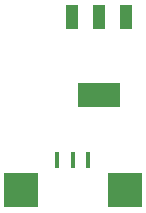
<source format=gbr>
G04 #@! TF.FileFunction,Paste,Bot*
%FSLAX46Y46*%
G04 Gerber Fmt 4.6, Leading zero omitted, Abs format (unit mm)*
G04 Created by KiCad (PCBNEW 4.0.6) date 2017 May 09, Tuesday 22:38:20*
%MOMM*%
%LPD*%
G01*
G04 APERTURE LIST*
%ADD10C,0.100000*%
%ADD11R,2.999740X2.999740*%
%ADD12R,0.400000X1.350000*%
%ADD13R,3.657600X2.032000*%
%ADD14R,1.016000X2.032000*%
G04 APERTURE END LIST*
D10*
D11*
X102250000Y-130000000D03*
D12*
X107900900Y-127437460D03*
X106600900Y-127437460D03*
X105300900Y-127437460D03*
D13*
X108800000Y-121902000D03*
D14*
X108800000Y-115298000D03*
X111086000Y-115298000D03*
X106514000Y-115298000D03*
D11*
X111000000Y-130000000D03*
M02*

</source>
